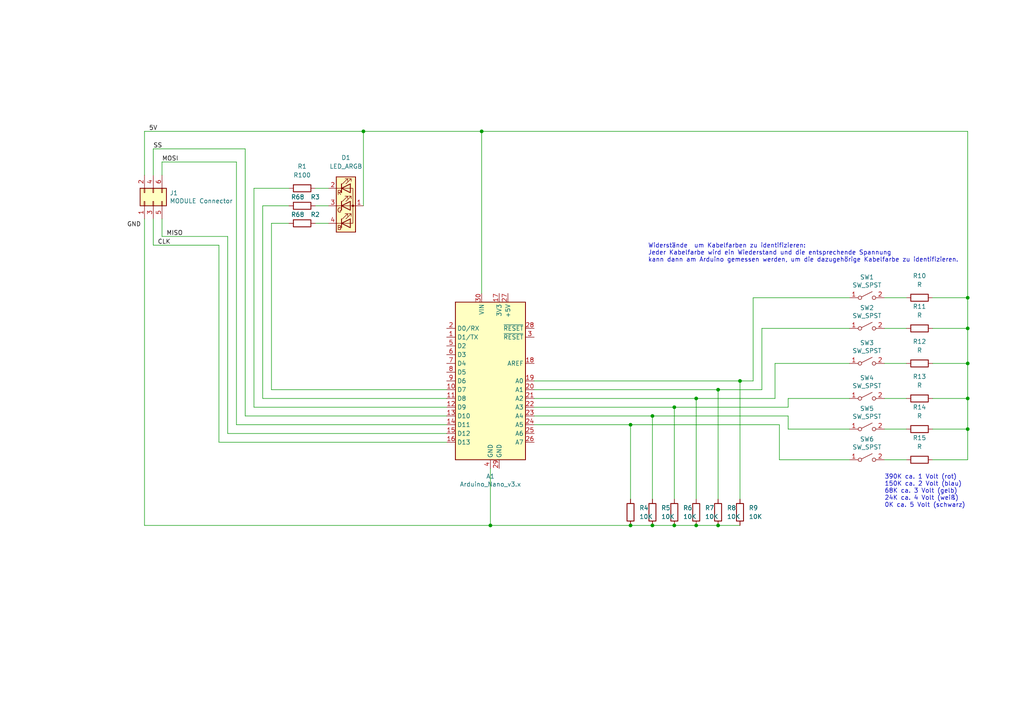
<source format=kicad_sch>
(kicad_sch (version 20211123) (generator eeschema)
  (paper "A4")
  (lib_symbols
    (symbol "Connector_Generic:Conn_02x03_Odd_Even" (pin_names (offset 1.016) hide)
      (property "Reference" "J" (at 1.27 5.08 0))
      (property "Value" "Conn_02x03_Odd_Even" (at 1.27 -5.08 0))
      (symbol "Conn_02x03_Odd_Even_1_1"
        (rectangle (start -1.27 -2.413) (end 0 -2.667) (stroke (width 0.1524)))
        (rectangle (start -1.27 0.127) (end 0 -0.127) (stroke (width 0.1524)))
        (rectangle (start -1.27 2.667) (end 0 2.413) (stroke (width 0.1524)))
        (rectangle (start -1.27 3.81) (end 3.81 -3.81) (stroke (width 0.254)) (fill (type background)))
        (rectangle (start 3.81 -2.413) (end 2.54 -2.667) (stroke (width 0.1524)))
        (rectangle (start 3.81 0.127) (end 2.54 -0.127) (stroke (width 0.1524)))
        (rectangle (start 3.81 2.667) (end 2.54 2.413) (stroke (width 0.1524)))
        (pin passive line (at -5.08 2.54 0) (length 3.81) (name "Pin_1") (number "1"))
        (pin passive line (at 7.62 2.54 180) (length 3.81) (name "Pin_2") (number "2"))
        (pin passive line (at -5.08 0 0) (length 3.81) (name "Pin_3") (number "3"))
        (pin passive line (at 7.62 0 180) (length 3.81) (name "Pin_4") (number "4"))
        (pin passive line (at -5.08 -2.54 0) (length 3.81) (name "Pin_5") (number "5"))
        (pin passive line (at 7.62 -2.54 180) (length 3.81) (name "Pin_6") (number "6"))
      )
    )
    (symbol "Device:LED_ARGB" (pin_names (offset 0) hide)
      (property "Reference" "D" (at 0 9.398 0))
      (property "Value" "LED_ARGB" (at 0 -8.89 0))
      (symbol "LED_ARGB_0_0"
        (text "B" (at -1.905 -6.35 0) (effects (font (size 1.27 1.27))))
        (text "G" (at -1.905 -1.27 0) (effects (font (size 1.27 1.27))))
        (text "R" (at -1.905 3.81 0) (effects (font (size 1.27 1.27))))
      )
      (symbol "LED_ARGB_0_1"
        (polyline (pts (xy -1.27 -5.08) (xy -2.54 -5.08)))
        (polyline (pts (xy -1.27 -5.08) (xy 1.27 -5.08)))
        (polyline (pts (xy -1.27 -3.81) (xy -1.27 -6.35)) (stroke (width 0.254)))
        (polyline (pts (xy -1.27 0) (xy -2.54 0)))
        (polyline (pts (xy -1.27 1.27) (xy -1.27 -1.27)) (stroke (width 0.254)))
        (polyline (pts (xy -1.27 5.08) (xy -2.54 5.08)))
        (polyline (pts (xy -1.27 5.08) (xy 1.27 5.08)))
        (polyline (pts (xy -1.27 6.35) (xy -1.27 3.81)) (stroke (width 0.254)))
        (polyline (pts (xy 1.27 0) (xy -1.27 0)))
        (polyline (pts (xy 1.27 0) (xy 2.54 0)))
        (polyline (pts (xy -1.27 1.27) (xy -1.27 -1.27) (xy -1.27 -1.27)))
        (polyline (pts (xy -1.27 6.35) (xy -1.27 3.81) (xy -1.27 3.81)))
        (polyline (pts (xy 1.27 -5.08) (xy 2.032 -5.08) (xy 2.032 5.08) (xy 1.27 5.08)))
        (polyline (pts (xy 1.27 -3.81) (xy 1.27 -6.35) (xy -1.27 -5.08) (xy 1.27 -3.81)) (stroke (width 0.254)))
        (polyline (pts (xy 1.27 1.27) (xy 1.27 -1.27) (xy -1.27 0) (xy 1.27 1.27)) (stroke (width 0.254)))
        (polyline (pts (xy 1.27 6.35) (xy 1.27 3.81) (xy -1.27 5.08) (xy 1.27 6.35)) (stroke (width 0.254)))
        (polyline (pts (xy -1.016 -3.81) (xy 0.508 -2.286) (xy -0.254 -2.286) (xy 0.508 -2.286) (xy 0.508 -3.048)))
        (polyline (pts (xy -1.016 1.27) (xy 0.508 2.794) (xy -0.254 2.794) (xy 0.508 2.794) (xy 0.508 2.032)))
        (polyline (pts (xy -1.016 6.35) (xy 0.508 7.874) (xy -0.254 7.874) (xy 0.508 7.874) (xy 0.508 7.112)))
        (polyline (pts (xy 0 -3.81) (xy 1.524 -2.286) (xy 0.762 -2.286) (xy 1.524 -2.286) (xy 1.524 -3.048)))
        (polyline (pts (xy 0 1.27) (xy 1.524 2.794) (xy 0.762 2.794) (xy 1.524 2.794) (xy 1.524 2.032)))
        (polyline (pts (xy 0 6.35) (xy 1.524 7.874) (xy 0.762 7.874) (xy 1.524 7.874) (xy 1.524 7.112)))
        (rectangle (start 1.27 -1.27) (end 1.27 1.27))
        (rectangle (start 1.27 1.27) (end 1.27 1.27))
        (rectangle (start 1.27 3.81) (end 1.27 6.35))
        (rectangle (start 1.27 6.35) (end 1.27 6.35))
        (circle (center 2.032 0) (radius 0.254) (fill (type outline)))
        (rectangle (start 2.794 8.382) (end -2.794 -7.62) (stroke (width 0.254)) (fill (type background)))
      )
      (symbol "LED_ARGB_1_1"
        (pin passive line (at 5.08 0 180) (length 2.54) (name "A") (number "1"))
        (pin passive line (at -5.08 5.08 0) (length 2.54) (name "RK") (number "2"))
        (pin passive line (at -5.08 0 0) (length 2.54) (name "GK") (number "3"))
        (pin passive line (at -5.08 -5.08 0) (length 2.54) (name "BK") (number "4"))
      )
    )
    (symbol "Device:R" (pin_numbers hide) (pin_names (offset 0))
      (property "Reference" "R" (at 2.032 0 90))
      (property "Value" "R" (at 0 0 90))
      (symbol "R_0_1"
        (rectangle (start -1.016 -2.54) (end 1.016 2.54) (stroke (width 0.254)))
      )
      (symbol "R_1_1"
        (pin passive line (at 0 3.81 270) (length 1.27) (name "~") (number "1"))
        (pin passive line (at 0 -3.81 90) (length 1.27) (name "~") (number "2"))
      )
    )
    (symbol "MCU_Module:Arduino_Nano_v3.x"
      (property "Reference" "A" (at -10.16 23.495 0))
      (property "Value" "Arduino_Nano_v3.x" (at 5.08 -24.13 0))
      (symbol "Arduino_Nano_v3.x_0_1"
        (rectangle (start -10.16 22.86) (end 10.16 -22.86) (stroke (width 0.254)) (fill (type background)))
      )
      (symbol "Arduino_Nano_v3.x_1_1"
        (pin bidirectional line (at -12.7 12.7 0) (length 2.54) (name "D1/TX") (number "1"))
        (pin bidirectional line (at -12.7 -2.54 0) (length 2.54) (name "D7") (number "10"))
        (pin bidirectional line (at -12.7 -5.08 0) (length 2.54) (name "D8") (number "11"))
        (pin bidirectional line (at -12.7 -7.62 0) (length 2.54) (name "D9") (number "12"))
        (pin bidirectional line (at -12.7 -10.16 0) (length 2.54) (name "D10") (number "13"))
        (pin bidirectional line (at -12.7 -12.7 0) (length 2.54) (name "D11") (number "14"))
        (pin bidirectional line (at -12.7 -15.24 0) (length 2.54) (name "D12") (number "15"))
        (pin bidirectional line (at -12.7 -17.78 0) (length 2.54) (name "D13") (number "16"))
        (pin power_out line (at 2.54 25.4 270) (length 2.54) (name "3V3") (number "17"))
        (pin input line (at 12.7 5.08 180) (length 2.54) (name "AREF") (number "18"))
        (pin bidirectional line (at 12.7 0 180) (length 2.54) (name "A0") (number "19"))
        (pin bidirectional line (at -12.7 15.24 0) (length 2.54) (name "D0/RX") (number "2"))
        (pin bidirectional line (at 12.7 -2.54 180) (length 2.54) (name "A1") (number "20"))
        (pin bidirectional line (at 12.7 -5.08 180) (length 2.54) (name "A2") (number "21"))
        (pin bidirectional line (at 12.7 -7.62 180) (length 2.54) (name "A3") (number "22"))
        (pin bidirectional line (at 12.7 -10.16 180) (length 2.54) (name "A4") (number "23"))
        (pin bidirectional line (at 12.7 -12.7 180) (length 2.54) (name "A5") (number "24"))
        (pin bidirectional line (at 12.7 -15.24 180) (length 2.54) (name "A6") (number "25"))
        (pin bidirectional line (at 12.7 -17.78 180) (length 2.54) (name "A7") (number "26"))
        (pin power_out line (at 5.08 25.4 270) (length 2.54) (name "+5V") (number "27"))
        (pin input line (at 12.7 15.24 180) (length 2.54) (name "~{RESET}") (number "28"))
        (pin power_in line (at 2.54 -25.4 90) (length 2.54) (name "GND") (number "29"))
        (pin input line (at 12.7 12.7 180) (length 2.54) (name "~{RESET}") (number "3"))
        (pin power_in line (at -2.54 25.4 270) (length 2.54) (name "VIN") (number "30"))
        (pin power_in line (at 0 -25.4 90) (length 2.54) (name "GND") (number "4"))
        (pin bidirectional line (at -12.7 10.16 0) (length 2.54) (name "D2") (number "5"))
        (pin bidirectional line (at -12.7 7.62 0) (length 2.54) (name "D3") (number "6"))
        (pin bidirectional line (at -12.7 5.08 0) (length 2.54) (name "D4") (number "7"))
        (pin bidirectional line (at -12.7 2.54 0) (length 2.54) (name "D5") (number "8"))
        (pin bidirectional line (at -12.7 0 0) (length 2.54) (name "D6") (number "9"))
      )
    )
    (symbol "Switch:SW_SPST" (pin_names (offset 0) hide)
      (property "Reference" "SW" (at 0 3.175 0))
      (property "Value" "SW_SPST" (at 0 -2.54 0))
      (symbol "SW_SPST_0_0"
        (circle (center -2.032 0) (radius 0.508))
        (polyline (pts (xy -1.524 0.254) (xy 1.524 1.778)))
        (circle (center 2.032 0) (radius 0.508))
      )
      (symbol "SW_SPST_1_1"
        (pin passive line (at -5.08 0 0) (length 2.54) (name "A") (number "1"))
        (pin passive line (at 5.08 0 180) (length 2.54) (name "B") (number "2"))
      )
    )
  )
  (junction (at 214.63 110.49))
  (junction (at 195.58 152.4))
  (junction (at 280.67 86.36))
  (junction (at 105.41 38.1))
  (junction (at 139.7 38.1))
  (junction (at 208.28 152.4))
  (junction (at 201.93 152.4))
  (junction (at 142.24 152.4))
  (junction (at 195.58 118.11))
  (junction (at 208.28 113.03))
  (junction (at 280.67 95.25))
  (junction (at 182.88 152.4))
  (junction (at 189.23 152.4))
  (junction (at 182.88 123.19))
  (junction (at 201.93 115.57))
  (junction (at 280.67 115.57))
  (junction (at 280.67 124.46))
  (junction (at 280.67 105.41))
  (junction (at 189.23 120.65))
  (wire (pts (xy 256.54 115.57) (xy 262.89 115.57)))
  (wire (pts (xy 91.44 64.77) (xy 95.25 64.77)))
  (wire (pts (xy 68.58 46.99) (xy 68.58 123.19)))
  (wire (pts (xy 195.58 152.4) (xy 201.93 152.4)))
  (wire (pts (xy 256.54 95.25) (xy 262.89 95.25)))
  (wire (pts (xy 214.63 110.49) (xy 214.63 144.78)))
  (wire (pts (xy 226.06 123.19) (xy 226.06 133.35)))
  (wire (pts (xy 270.51 105.41) (xy 280.67 105.41)))
  (wire (pts (xy 201.93 115.57) (xy 201.93 144.78)))
  (wire (pts (xy 78.74 113.03) (xy 129.54 113.03)))
  (wire (pts (xy 280.67 124.46) (xy 280.67 133.35)))
  (wire (pts (xy 41.91 50.8) (xy 41.91 38.1)))
  (wire (pts (xy 270.51 133.35) (xy 280.67 133.35)))
  (wire (pts (xy 66.04 68.58) (xy 66.04 125.73)))
  (wire (pts (xy 46.99 68.58) (xy 66.04 68.58)))
  (wire (pts (xy 256.54 133.35) (xy 262.89 133.35)))
  (wire (pts (xy 270.51 124.46) (xy 280.67 124.46)))
  (wire (pts (xy 66.04 125.73) (xy 129.54 125.73)))
  (wire (pts (xy 228.6 120.65) (xy 228.6 124.46)))
  (wire (pts (xy 228.6 124.46) (xy 246.38 124.46)))
  (wire (pts (xy 226.06 133.35) (xy 246.38 133.35)))
  (wire (pts (xy 76.2 59.69) (xy 76.2 115.57)))
  (wire (pts (xy 44.45 71.12) (xy 63.5 71.12)))
  (wire (pts (xy 270.51 86.36) (xy 280.67 86.36)))
  (wire (pts (xy 256.54 105.41) (xy 262.89 105.41)))
  (wire (pts (xy 182.88 123.19) (xy 226.06 123.19)))
  (wire (pts (xy 280.67 115.57) (xy 280.67 124.46)))
  (wire (pts (xy 224.79 115.57) (xy 224.79 105.41)))
  (wire (pts (xy 71.12 120.65) (xy 129.54 120.65)))
  (wire (pts (xy 208.28 113.03) (xy 220.98 113.03)))
  (wire (pts (xy 68.58 123.19) (xy 129.54 123.19)))
  (wire (pts (xy 105.41 38.1) (xy 105.41 59.69)))
  (wire (pts (xy 228.6 115.57) (xy 246.38 115.57)))
  (wire (pts (xy 189.23 120.65) (xy 228.6 120.65)))
  (wire (pts (xy 91.44 54.61) (xy 95.25 54.61)))
  (wire (pts (xy 280.67 86.36) (xy 280.67 95.25)))
  (wire (pts (xy 218.44 86.36) (xy 246.38 86.36)))
  (wire (pts (xy 73.66 54.61) (xy 73.66 118.11)))
  (wire (pts (xy 154.94 120.65) (xy 189.23 120.65)))
  (wire (pts (xy 224.79 105.41) (xy 246.38 105.41)))
  (wire (pts (xy 46.99 50.8) (xy 46.99 46.99)))
  (wire (pts (xy 91.44 59.69) (xy 95.25 59.69)))
  (wire (pts (xy 228.6 118.11) (xy 228.6 115.57)))
  (wire (pts (xy 220.98 113.03) (xy 220.98 95.25)))
  (wire (pts (xy 182.88 144.78) (xy 182.88 123.19)))
  (wire (pts (xy 201.93 152.4) (xy 208.28 152.4)))
  (wire (pts (xy 142.24 152.4) (xy 142.24 135.89)))
  (wire (pts (xy 142.24 152.4) (xy 182.88 152.4)))
  (wire (pts (xy 220.98 95.25) (xy 246.38 95.25)))
  (wire (pts (xy 195.58 118.11) (xy 195.58 144.78)))
  (wire (pts (xy 195.58 118.11) (xy 228.6 118.11)))
  (wire (pts (xy 256.54 124.46) (xy 262.89 124.46)))
  (wire (pts (xy 78.74 64.77) (xy 83.82 64.77)))
  (wire (pts (xy 256.54 86.36) (xy 262.89 86.36)))
  (wire (pts (xy 280.67 95.25) (xy 280.67 105.41)))
  (wire (pts (xy 46.99 46.99) (xy 68.58 46.99)))
  (wire (pts (xy 218.44 110.49) (xy 218.44 86.36)))
  (wire (pts (xy 139.7 38.1) (xy 280.67 38.1)))
  (wire (pts (xy 201.93 115.57) (xy 224.79 115.57)))
  (wire (pts (xy 41.91 38.1) (xy 105.41 38.1)))
  (wire (pts (xy 280.67 38.1) (xy 280.67 86.36)))
  (wire (pts (xy 182.88 152.4) (xy 189.23 152.4)))
  (wire (pts (xy 208.28 113.03) (xy 208.28 144.78)))
  (wire (pts (xy 44.45 63.5) (xy 44.45 71.12)))
  (wire (pts (xy 46.99 63.5) (xy 46.99 68.58)))
  (wire (pts (xy 78.74 64.77) (xy 78.74 113.03)))
  (wire (pts (xy 154.94 115.57) (xy 201.93 115.57)))
  (wire (pts (xy 105.41 38.1) (xy 139.7 38.1)))
  (wire (pts (xy 154.94 113.03) (xy 208.28 113.03)))
  (wire (pts (xy 41.91 63.5) (xy 41.91 152.4)))
  (wire (pts (xy 270.51 115.57) (xy 280.67 115.57)))
  (wire (pts (xy 270.51 95.25) (xy 280.67 95.25)))
  (wire (pts (xy 41.91 152.4) (xy 142.24 152.4)))
  (wire (pts (xy 189.23 152.4) (xy 195.58 152.4)))
  (wire (pts (xy 189.23 120.65) (xy 189.23 144.78)))
  (wire (pts (xy 214.63 110.49) (xy 218.44 110.49)))
  (wire (pts (xy 71.12 43.18) (xy 71.12 120.65)))
  (wire (pts (xy 44.45 50.8) (xy 44.45 43.18)))
  (wire (pts (xy 154.94 118.11) (xy 195.58 118.11)))
  (wire (pts (xy 63.5 128.27) (xy 129.54 128.27)))
  (wire (pts (xy 63.5 71.12) (xy 63.5 128.27)))
  (wire (pts (xy 73.66 54.61) (xy 83.82 54.61)))
  (wire (pts (xy 154.94 123.19) (xy 182.88 123.19)))
  (wire (pts (xy 139.7 38.1) (xy 139.7 85.09)))
  (wire (pts (xy 154.94 110.49) (xy 214.63 110.49)))
  (wire (pts (xy 208.28 152.4) (xy 214.63 152.4)))
  (wire (pts (xy 44.45 43.18) (xy 71.12 43.18)))
  (wire (pts (xy 73.66 118.11) (xy 129.54 118.11)))
  (wire (pts (xy 76.2 115.57) (xy 129.54 115.57)))
  (wire (pts (xy 76.2 59.69) (xy 83.82 59.69)))
  (wire (pts (xy 280.67 105.41) (xy 280.67 115.57)))
  (text "390K ca. 1 Volt (rot)\n150K ca. 2 Volt (blau)\n68K ca. 3 Volt (gelb)\n24K ca. 4 Volt (weiß)\n0K ca. 5 Volt (schwarz)" (at 256.54 147.32 0) (effects (font (size 1.27 1.27)) (justify left bottom)))
  (text "Widerstände  um Kabelfarben zu identifizieren:\nJeder Kabelfarbe wird ein Wiederstand und die entsprechende Spannung\nkann dann am Arduino gemessen werden, um die dazugehörige Kabelfarbe zu identifizieren." (at 187.96 76.2 0) (effects (font (size 1.27 1.27)) (justify left bottom)))
  (label "GND" (at 36.83 66.04 0))
  (label "SS" (at 44.45 43.18 0))
  (label "CLK" (at 45.72 71.12 0))
  (label "MISO" (at 48.26 68.58 0))
  (label "MOSI" (at 46.99 46.99 0))
  (label "5V" (at 43.18 38.1 0))
  (symbol (lib_id "Connector_Generic:Conn_02x03_Odd_Even") (at 44.45 58.42 90) (unit 1)
    (property "Reference" "J1" (at 49.2252 55.9816 90) (effects (justify right)))
    (property "Value" "MODULE Connector" (at 49.2252 58.293 90) (effects (justify right)))
  )
  (symbol (lib_id "MCU_Module:Arduino_Nano_v3.x") (at 142.24 110.49 0) (unit 1)
    (property "Reference" "A1" (at 142.24 138.1506 0))
    (property "Value" "Arduino_Nano_v3.x" (at 142.24 140.462 0))
    (property "Footprint" "Module:Arduino_Nano" (effects hide))
    (property "Datasheet" "http://www.mouser.com/pdfdocs/Gravitech_Arduino_Nano3_0.pdf" (effects hide))
  )
  (symbol (lib_id "Switch:SW_SPST") (at 251.46 105.41 0) (unit 1)
    (property "Reference" "SW3" (at 251.46 99.441 0))
    (property "Value" "SW_SPST" (at 251.46 101.7524 0))
  )
  (symbol (lib_id "Switch:SW_SPST") (at 251.46 95.25 0) (unit 1)
    (property "Reference" "SW2" (at 251.46 89.281 0))
    (property "Value" "SW_SPST" (at 251.46 91.5924 0))
  )
  (symbol (lib_id "Switch:SW_SPST") (at 251.46 115.57 0) (unit 1)
    (property "Reference" "SW4" (at 251.46 109.601 0))
    (property "Value" "SW_SPST" (at 251.46 111.9124 0))
  )
  (symbol (lib_id "Switch:SW_SPST") (at 251.46 124.46 0) (unit 1)
    (property "Reference" "SW5" (at 251.46 118.491 0))
    (property "Value" "SW_SPST" (at 251.46 120.8024 0))
  )
  (symbol (lib_id "Switch:SW_SPST") (at 251.46 133.35 0) (unit 1)
    (property "Reference" "SW6" (at 251.46 127.381 0))
    (property "Value" "SW_SPST" (at 251.46 129.6924 0))
  )
  (symbol (lib_id "Switch:SW_SPST") (at 251.46 86.36 0) (unit 1)
    (property "Reference" "SW1" (at 251.46 80.391 0))
    (property "Value" "SW_SPST" (at 251.46 82.7024 0))
  )
  (symbol (lib_id "Device:R") (at 266.7 95.25 90) (unit 1)
    (property "Reference" "R11" (at 266.7 88.9 90))
    (property "Value" "R" (at 266.7 91.44 90))
  )
  (symbol (lib_id "Device:R") (at 208.28 148.59 0) (unit 1)
    (property "Reference" "R8" (at 210.82 147.3199 0) (effects (justify left)))
    (property "Value" "10K" (at 210.82 149.8599 0) (effects (justify left)))
  )
  (symbol (lib_id "Device:R") (at 266.7 105.41 90) (unit 1)
    (property "Reference" "R12" (at 266.7 99.06 90))
    (property "Value" "R" (at 266.7 101.6 90))
  )
  (symbol (lib_id "Device:R") (at 189.23 148.59 0) (unit 1)
    (property "Reference" "R5" (at 191.77 147.3199 0) (effects (justify left)))
    (property "Value" "10K" (at 191.77 149.8599 0) (effects (justify left)))
  )
  (symbol (lib_id "Device:R") (at 182.88 148.59 0) (unit 1)
    (property "Reference" "R4" (at 185.42 147.3199 0) (effects (justify left)))
    (property "Value" "10K" (at 185.42 149.8599 0) (effects (justify left)))
  )
  (symbol (lib_id "Device:LED_ARGB") (at 100.33 59.69 0) (unit 1)
    (property "Reference" "D1" (at 100.33 45.72 0))
    (property "Value" "LED_ARGB" (at 100.33 48.26 0))
  )
  (symbol (lib_id "Device:R") (at 266.7 86.36 90) (unit 1)
    (property "Reference" "R10" (at 266.7 80.01 90))
    (property "Value" "R" (at 266.7 82.55 90))
  )
  (symbol (lib_id "Device:R") (at 266.7 124.46 90) (unit 1)
    (property "Reference" "R14" (at 266.7 118.11 90))
    (property "Value" "R" (at 266.7 120.65 90))
  )
  (symbol (lib_id "Device:R") (at 87.63 54.61 90) (unit 1)
    (property "Reference" "R1" (at 87.63 48.26 90))
    (property "Value" "R100" (at 87.63 50.8 90))
  )
  (symbol (lib_id "Device:R") (at 87.63 64.77 90) (unit 1)
    (property "Reference" "R3" (at 91.44 57.15 90))
    (property "Value" "R68" (at 86.36 62.23 90))
  )
  (symbol (lib_id "Device:R") (at 195.58 148.59 0) (unit 1)
    (property "Reference" "R6" (at 198.12 147.3199 0) (effects (justify left)))
    (property "Value" "10K" (at 198.12 149.8599 0) (effects (justify left)))
  )
  (symbol (lib_id "Device:R") (at 214.63 148.59 0) (unit 1)
    (property "Reference" "R9" (at 217.17 147.3199 0) (effects (justify left)))
    (property "Value" "10K" (at 217.17 149.8599 0) (effects (justify left)))
  )
  (symbol (lib_id "Device:R") (at 87.63 59.69 90) (unit 1)
    (property "Reference" "R2" (at 91.44 62.23 90))
    (property "Value" "R68" (at 86.36 57.15 90))
  )
  (symbol (lib_id "Device:R") (at 266.7 115.57 90) (unit 1)
    (property "Reference" "R13" (at 266.7 109.22 90))
    (property "Value" "R" (at 266.7 111.76 90))
  )
  (symbol (lib_id "Device:R") (at 201.93 148.59 0) (unit 1)
    (property "Reference" "R7" (at 204.47 147.3199 0) (effects (justify left)))
    (property "Value" "10K" (at 204.47 149.8599 0) (effects (justify left)))
  )
  (symbol (lib_id "Device:R") (at 266.7 133.35 90) (unit 1)
    (property "Reference" "R15" (at 266.7 127 90))
    (property "Value" "R" (at 266.7 129.54 90))
  )
)
</source>
